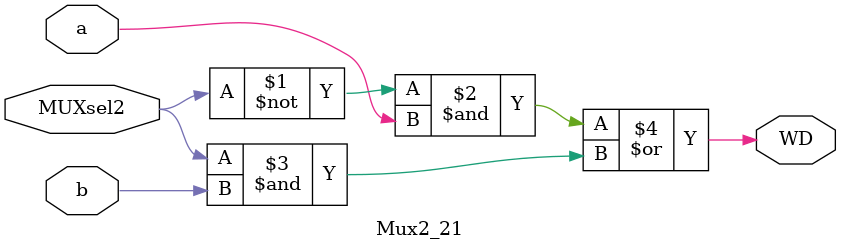
<source format=sv>
`timescale 1ns / 1ps


module Mux2_21(
    input a,
    input b,
    input MUXsel2,
    output WD
    );
    
    assign WD = ((~MUXsel2)&a) | (MUXsel2 & b);
    
endmodule

</source>
